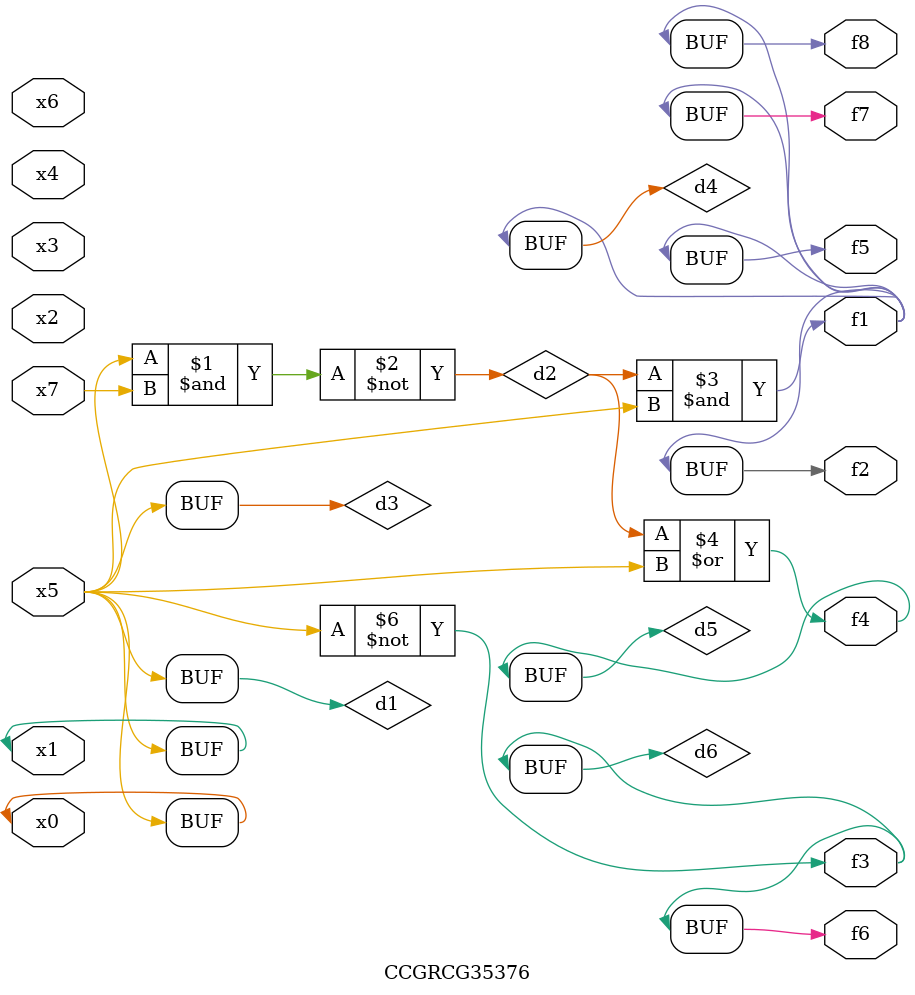
<source format=v>
module CCGRCG35376(
	input x0, x1, x2, x3, x4, x5, x6, x7,
	output f1, f2, f3, f4, f5, f6, f7, f8
);

	wire d1, d2, d3, d4, d5, d6;

	buf (d1, x0, x5);
	nand (d2, x5, x7);
	buf (d3, x0, x1);
	and (d4, d2, d3);
	or (d5, d2, d3);
	nor (d6, d1, d3);
	assign f1 = d4;
	assign f2 = d4;
	assign f3 = d6;
	assign f4 = d5;
	assign f5 = d4;
	assign f6 = d6;
	assign f7 = d4;
	assign f8 = d4;
endmodule

</source>
